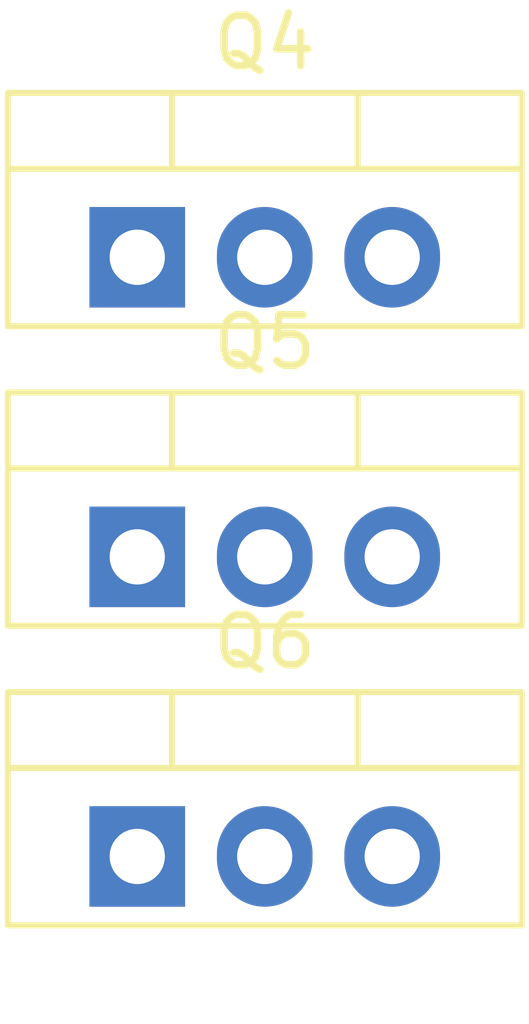
<source format=kicad_pcb>
(kicad_pcb (version 20240108) (generator "pcbnew") (generator_version "8.0")
  (layers (0 "F.Cu" signal) (31 "B.Cu" signal) (34 "B.Paste" user) (35 "F.Paste" user) (36 "B.SilkS" user "B.Silkscreen") (37 "F.SilkS" user "F.Silkscreen") (38 "B.Mask" user) (39 "F.Mask" user) (44 "Edge.Cuts" user))
  (net 0 "")
  (net 1 "GND")
  (net 2 "Net-(D1-A)")
  (net 3 "Net-(Q4-B)")
  (net 4 "Net-(Q5-B)")
  (net 5 "Net-(D2-A)")
  (net 6 "Net-(Q6-B)")
  (net 7 "Net-(D3-A)")
  (footprint "Package_TO_SOT_THT:TO-220-3_Vertical" (layer "F.Cu") (at 82.92 72.54)
    (property "Reference" "Q5" (at 2.54 -4.27 0) (layer "F.SilkS"))
    (property "Value" "TIP120")
    (fp_line (start -2.58 -3.27) (end -2.58 1.371) (stroke (width 0.12)) (layer "F.SilkS"))
    (fp_line (start -2.58 -3.27) (end 7.66 -3.27) (stroke (width 0.12)) (layer "F.SilkS"))
    (fp_line (start -2.58 -1.76) (end 7.66 -1.76) (stroke (width 0.12)) (layer "F.SilkS"))
    (fp_line (start -2.58 1.371) (end 7.66 1.371) (stroke (width 0.12)) (layer "F.SilkS"))
    (fp_line (start 0.69 -3.27) (end 0.69 -1.76) (stroke (width 0.12)) (layer "F.SilkS"))
    (fp_line (start 4.391 -3.27) (end 4.391 -1.76) (stroke (width 0.12)) (layer "F.SilkS"))
    (fp_line (start 7.66 -3.27) (end 7.66 1.371) (stroke (width 0.12)) (layer "F.SilkS"))
    (pad "1" thru_hole rect (at 0 0) (size 1.905 2) (drill 1.1) (layers "*.Cu" "*.Mask") (net 4 "Net-(Q5-B)"))
    (pad "2" thru_hole oval (at 2.54 0) (size 1.905 2) (drill 1.1) (layers "*.Cu" "*.Mask") (net 5 "Net-(D2-A)"))
    (pad "3" thru_hole oval (at 5.08 0) (size 1.905 2) (drill 1.1) (layers "*.Cu" "*.Mask") (net 1 "GND"))
  )
  (footprint "Package_TO_SOT_THT:TO-220-3_Vertical" (layer "F.Cu") (at 82.92 66.58)
    (property "Reference" "Q4" (at 2.54 -4.27 0) (layer "F.SilkS"))
    (property "Value" "TIP120")
    (fp_line (start -2.58 -3.27) (end -2.58 1.371) (stroke (width 0.12)) (layer "F.SilkS"))
    (fp_line (start -2.58 -3.27) (end 7.66 -3.27) (stroke (width 0.12)) (layer "F.SilkS"))
    (fp_line (start -2.58 -1.76) (end 7.66 -1.76) (stroke (width 0.12)) (layer "F.SilkS"))
    (fp_line (start -2.58 1.371) (end 7.66 1.371) (stroke (width 0.12)) (layer "F.SilkS"))
    (fp_line (start 0.69 -3.27) (end 0.69 -1.76) (stroke (width 0.12)) (layer "F.SilkS"))
    (fp_line (start 4.391 -3.27) (end 4.391 -1.76) (stroke (width 0.12)) (layer "F.SilkS"))
    (fp_line (start 7.66 -3.27) (end 7.66 1.371) (stroke (width 0.12)) (layer "F.SilkS"))
    (pad "1" thru_hole rect (at 0 0) (size 1.905 2) (drill 1.1) (layers "*.Cu" "*.Mask") (net 3 "Net-(Q4-B)"))
    (pad "2" thru_hole oval (at 2.54 0) (size 1.905 2) (drill 1.1) (layers "*.Cu" "*.Mask") (net 2 "Net-(D1-A)"))
    (pad "3" thru_hole oval (at 5.08 0) (size 1.905 2) (drill 1.1) (layers "*.Cu" "*.Mask") (net 1 "GND"))
  )
  (footprint "Package_TO_SOT_THT:TO-220-3_Vertical" (layer "F.Cu") (at 82.92 78.5)
    (property "Reference" "Q6" (at 2.54 -4.27 0) (layer "F.SilkS"))
    (property "Value" "TIP120")
    (fp_line (start -2.58 -3.27) (end -2.58 1.371) (stroke (width 0.12)) (layer "F.SilkS"))
    (fp_line (start -2.58 -3.27) (end 7.66 -3.27) (stroke (width 0.12)) (layer "F.SilkS"))
    (fp_line (start -2.58 -1.76) (end 7.66 -1.76) (stroke (width 0.12)) (layer "F.SilkS"))
    (fp_line (start -2.58 1.371) (end 7.66 1.371) (stroke (width 0.12)) (layer "F.SilkS"))
    (fp_line (start 0.69 -3.27) (end 0.69 -1.76) (stroke (width 0.12)) (layer "F.SilkS"))
    (fp_line (start 4.391 -3.27) (end 4.391 -1.76) (stroke (width 0.12)) (layer "F.SilkS"))
    (fp_line (start 7.66 -3.27) (end 7.66 1.371) (stroke (width 0.12)) (layer "F.SilkS"))
    (pad "1" thru_hole rect (at 0 0) (size 1.905 2) (drill 1.1) (layers "*.Cu" "*.Mask") (net 6 "Net-(Q6-B)"))
    (pad "2" thru_hole oval (at 2.54 0) (size 1.905 2) (drill 1.1) (layers "*.Cu" "*.Mask") (net 7 "Net-(D3-A)"))
    (pad "3" thru_hole oval (at 5.08 0) (size 1.905 2) (drill 1.1) (layers "*.Cu" "*.Mask") (net 1 "GND"))
  )
)
</source>
